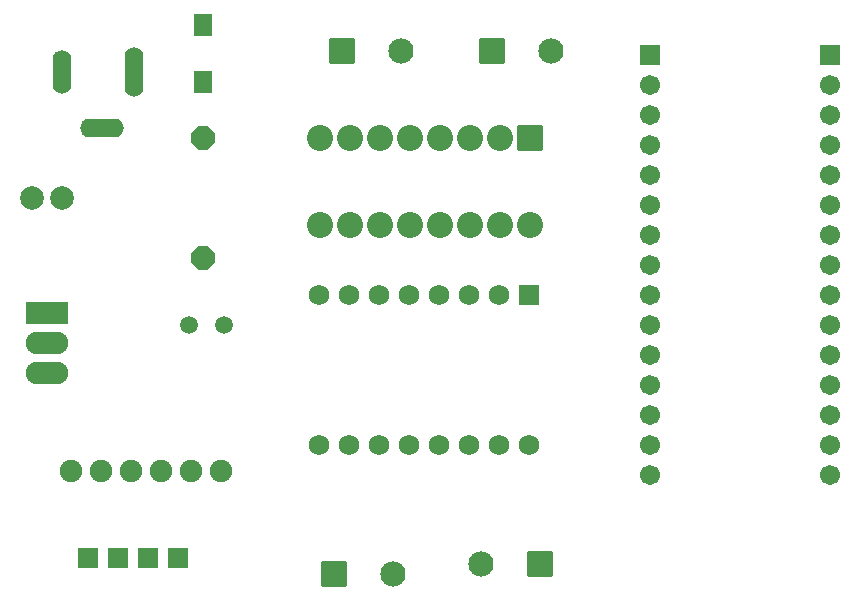
<source format=gts>
G04 Layer: TopSolderMaskLayer*
G04 EasyEDA v6.5.34, 2023-08-22 14:58:17*
G04 f83e431953fc400cbb41a7eecddf86f7,363aeda0569944ed908a43946366a132,10*
G04 Gerber Generator version 0.2*
G04 Scale: 100 percent, Rotated: No, Reflected: No *
G04 Dimensions in millimeters *
G04 leading zeros omitted , absolute positions ,4 integer and 5 decimal *
%FSLAX45Y45*%
%MOMM*%

%AMMACRO1*1,1,$1,$2,$3*1,1,$1,$4,$5*1,1,$1,0-$2,0-$3*1,1,$1,0-$4,0-$5*20,1,$1,$2,$3,$4,$5,0*20,1,$1,$4,$5,0-$2,0-$3,0*20,1,$1,0-$2,0-$3,0-$4,0-$5,0*20,1,$1,0-$4,0-$5,$2,$3,0*4,1,4,$2,$3,$4,$5,0-$2,0-$3,0-$4,0-$5,$2,$3,0*%
%AMMACRO2*4,1,8,-0.4115,-0.9931,-0.9931,-0.4115,-0.9931,0.4115,-0.4115,0.9931,0.4115,0.9931,0.9931,0.4115,0.9931,-0.4115,0.4115,-0.9931,-0.4115,-0.9931,0*%
%ADD10C,1.7272*%
%ADD11MACRO1,0.2032X0.762X0.762X0.762X-0.762*%
%ADD12R,1.7016X1.7016*%
%ADD13C,1.7016*%
%ADD14C,1.5032*%
%ADD15MACRO1,0.1016X0.7349X0.8849X0.7349X-0.8849*%
%ADD16MACRO1,0.1016X-0.7349X-0.8849X-0.7349X0.8849*%
%ADD17O,1.6015970000000002X3.7015928000000002*%
%ADD18O,3.7015928000000002X1.6015970000000002*%
%ADD19O,1.6015970000000002X4.2015918*%
%ADD20MACRO1,0.1016X-1.016X1.016X1.016X1.016*%
%ADD21C,2.1336*%
%ADD22MACRO1,0.1016X1.016X-1.016X-1.016X-1.016*%
%ADD23C,1.9016*%
%ADD24MACRO1,0.2032X-0.762X0.762X0.762X0.762*%
%ADD25O,2.2031959999999997X2.2031959999999997*%
%ADD26MACRO1,0.2032X1X-1X-1X-1*%
%ADD27C,2.0000*%
%ADD28O,3.6015930000000003X1.9015964*%
%ADD29MACRO1,0.1016X1.75X0.9X1.75X-0.9*%
%ADD30MACRO2*%

%LPD*%
D10*
G01*
X5422900Y292100D03*
G01*
X5168900Y292100D03*
G01*
X4914900Y292100D03*
G01*
X4660900Y292100D03*
G01*
X4406900Y292100D03*
G01*
X4152900Y292100D03*
G01*
X3898900Y292100D03*
G01*
X3644900Y292100D03*
G01*
X3644900Y1562100D03*
G01*
X3898900Y1562100D03*
G01*
X4152900Y1562100D03*
G01*
X4406900Y1562100D03*
G01*
X4660900Y1562100D03*
G01*
X4914900Y1562100D03*
G01*
X5168900Y1562100D03*
D11*
G01*
X5422900Y1562100D03*
D12*
G01*
X6451600Y3594100D03*
D13*
G01*
X7975600Y3340100D03*
G01*
X7975600Y2832100D03*
G01*
X7975600Y2324100D03*
G01*
X7975600Y1816100D03*
G01*
X7975600Y1308100D03*
G01*
X7975600Y800100D03*
G01*
X7975600Y292100D03*
G01*
X6451600Y38100D03*
G01*
X6451600Y546100D03*
G01*
X6451600Y1054100D03*
G01*
X6451600Y1562100D03*
G01*
X6451600Y2070100D03*
G01*
X6451600Y2578100D03*
G01*
X6451600Y3086100D03*
G01*
X6451600Y3340100D03*
G01*
X6451600Y2832100D03*
G01*
X6451600Y2324100D03*
G01*
X6451600Y1816100D03*
G01*
X6451600Y1308100D03*
G01*
X6451600Y800100D03*
G01*
X6451600Y292100D03*
G01*
X7975600Y38100D03*
G01*
X7975600Y546100D03*
G01*
X7975600Y1054100D03*
G01*
X7975600Y1562100D03*
G01*
X7975600Y2070100D03*
G01*
X7975600Y2578100D03*
G01*
X7975600Y3086100D03*
D12*
G01*
X7975600Y3594100D03*
D14*
G01*
X2542413Y1308100D03*
G01*
X2842412Y1308100D03*
D15*
G01*
X2667000Y3366795D03*
D16*
G01*
X2667000Y3846804D03*
D17*
G01*
X1472994Y3448105D03*
D18*
G01*
X1812998Y2978104D03*
D19*
G01*
X2083000Y3448055D03*
D20*
G01*
X3839209Y3632200D03*
D21*
G01*
X4339590Y3632200D03*
D20*
G01*
X5109209Y3632200D03*
D21*
G01*
X5609590Y3632200D03*
D22*
G01*
X5520690Y-711200D03*
D21*
G01*
X5020309Y-711200D03*
D20*
G01*
X3775709Y-800100D03*
D21*
G01*
X4276090Y-800100D03*
D23*
G01*
X1549400Y76200D03*
G01*
X1803400Y76200D03*
G01*
X2057400Y76200D03*
G01*
X2311400Y76200D03*
G01*
X2565400Y76200D03*
G01*
X2819400Y76200D03*
D24*
G01*
X1943100Y-660400D03*
G01*
X1689100Y-660400D03*
G01*
X2197100Y-660400D03*
G01*
X2451100Y-660400D03*
D25*
G01*
X3657600Y2159304D03*
G01*
X3911600Y2159304D03*
G01*
X4165600Y2159304D03*
G01*
X4419600Y2159304D03*
G01*
X4673600Y2159304D03*
G01*
X4927600Y2159304D03*
G01*
X5181600Y2159304D03*
G01*
X5435600Y2159304D03*
G01*
X3657600Y2895295D03*
G01*
X3911600Y2895295D03*
G01*
X4165600Y2895295D03*
G01*
X4419600Y2895295D03*
G01*
X4673600Y2895295D03*
G01*
X4927600Y2895295D03*
G01*
X5181600Y2895295D03*
D26*
G01*
X5435600Y2895295D03*
D27*
G01*
X1219200Y2387600D03*
G01*
X1473200Y2387600D03*
D28*
G01*
X1346200Y1155700D03*
G01*
X1346200Y901700D03*
D29*
G01*
X1346200Y1409700D03*
D30*
G01*
X2667000Y2895600D03*
G01*
X2667000Y1879600D03*
M02*

</source>
